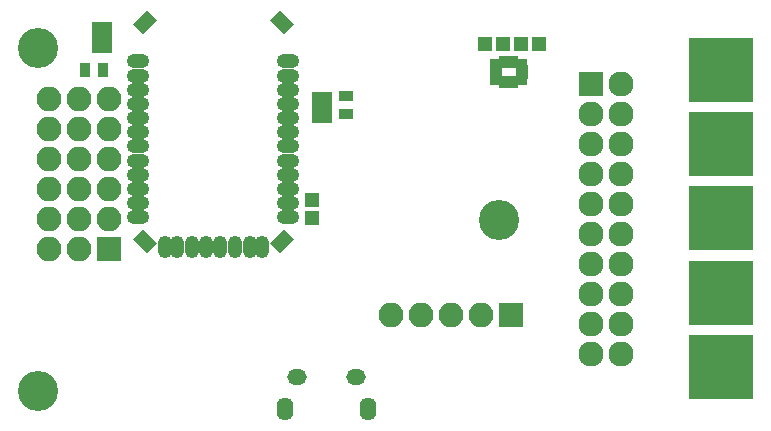
<source format=gbs>
G04 #@! TF.FileFunction,Soldermask,Bot*
%FSLAX46Y46*%
G04 Gerber Fmt 4.6, Leading zero omitted, Abs format (unit mm)*
G04 Created by KiCad (PCBNEW 4.0.6) date Fri Sep  8 15:05:28 2017*
%MOMM*%
%LPD*%
G01*
G04 APERTURE LIST*
%ADD10C,0.100000*%
%ADD11C,3.400000*%
%ADD12R,1.150000X1.200000*%
%ADD13R,1.200000X1.150000*%
%ADD14O,1.650000X1.350000*%
%ADD15O,1.400000X1.950000*%
%ADD16R,1.670000X1.370000*%
%ADD17O,2.100000X2.100000*%
%ADD18R,2.100000X2.100000*%
%ADD19R,5.400000X5.400000*%
%ADD20R,1.300000X0.900000*%
%ADD21R,0.900000X1.300000*%
%ADD22O,1.200000X1.900000*%
%ADD23O,1.900000X1.200000*%
%ADD24R,0.700000X1.000000*%
%ADD25R,0.900000X0.700000*%
%ADD26R,1.000000X0.700000*%
%ADD27R,2.127200X2.127200*%
%ADD28O,2.127200X2.127200*%
G04 APERTURE END LIST*
D10*
D11*
X242000000Y-117500000D03*
X203000000Y-132000000D03*
D12*
X226200000Y-117350000D03*
X226200000Y-115850000D03*
D13*
X243850000Y-102600000D03*
X245350000Y-102600000D03*
X242350000Y-102600000D03*
X240850000Y-102600000D03*
D14*
X224900000Y-130850000D03*
X229900000Y-130850000D03*
D15*
X223900000Y-133550000D03*
X230900000Y-133550000D03*
D16*
X227000000Y-108640000D03*
X227000000Y-107360000D03*
D17*
X203860000Y-107300000D03*
X206400000Y-107300000D03*
X208940000Y-107300000D03*
X203860000Y-109840000D03*
X206400000Y-109840000D03*
X208940000Y-109840000D03*
D18*
X208940000Y-120000000D03*
D17*
X206400000Y-120000000D03*
X203860000Y-120000000D03*
X208940000Y-117460000D03*
X206400000Y-117460000D03*
X203860000Y-117460000D03*
X208940000Y-114920000D03*
X206400000Y-114920000D03*
X203860000Y-114920000D03*
X208940000Y-112380000D03*
X206400000Y-112380000D03*
X203860000Y-112380000D03*
D16*
X208400000Y-102740000D03*
X208400000Y-101460000D03*
D18*
X243000000Y-125600000D03*
D17*
X240460000Y-125600000D03*
X237920000Y-125600000D03*
X235380000Y-125600000D03*
X232840000Y-125600000D03*
D19*
X260800000Y-123700000D03*
X260800000Y-130000000D03*
X260800000Y-111100000D03*
X260800000Y-104800000D03*
X260800000Y-117400000D03*
D20*
X229000000Y-108550000D03*
X229000000Y-107050000D03*
D21*
X206950000Y-104800000D03*
X208450000Y-104800000D03*
D10*
G36*
X213025305Y-100623223D02*
X211823223Y-101825305D01*
X210974695Y-100976777D01*
X212176777Y-99774695D01*
X213025305Y-100623223D01*
X213025305Y-100623223D01*
G37*
G36*
X223423223Y-99774695D02*
X224625305Y-100976777D01*
X223776777Y-101825305D01*
X222574695Y-100623223D01*
X223423223Y-99774695D01*
X223423223Y-99774695D01*
G37*
G36*
X211823223Y-118274695D02*
X213025305Y-119476777D01*
X212176777Y-120325305D01*
X210974695Y-119123223D01*
X211823223Y-118274695D01*
X211823223Y-118274695D01*
G37*
G36*
X224625305Y-119123223D02*
X223423223Y-120325305D01*
X222574695Y-119476777D01*
X223776777Y-118274695D01*
X224625305Y-119123223D01*
X224625305Y-119123223D01*
G37*
D22*
X213700000Y-119850000D03*
X214700000Y-119850000D03*
X216000000Y-119850000D03*
X217200000Y-119850000D03*
X218400000Y-119850000D03*
X219600000Y-119850000D03*
X220900000Y-119850000D03*
X221900000Y-119850000D03*
D23*
X211450000Y-104100000D03*
X211450000Y-105300000D03*
X211450000Y-106500000D03*
X211450000Y-107700000D03*
X211450000Y-112500000D03*
X211450000Y-111300000D03*
X211450000Y-110100000D03*
X211450000Y-108900000D03*
X211450000Y-113700000D03*
X211450000Y-114900000D03*
X211450000Y-116100000D03*
X211450000Y-117300000D03*
X224150000Y-117300000D03*
X224150000Y-116100000D03*
X224150000Y-114900000D03*
X224150000Y-113700000D03*
X224150000Y-112500000D03*
X224150000Y-111300000D03*
X224150000Y-110100000D03*
X224150000Y-108900000D03*
X224150000Y-107700000D03*
X224150000Y-106500000D03*
X224150000Y-105300000D03*
X224150000Y-104100000D03*
D24*
X242300000Y-105850000D03*
X242800000Y-105850000D03*
X243300000Y-105850000D03*
X243300000Y-104150000D03*
X242800000Y-104150000D03*
X242300000Y-104150000D03*
D25*
X241650000Y-104250000D03*
D26*
X241700000Y-104750000D03*
X241700000Y-105250000D03*
D25*
X241650000Y-105750000D03*
X243950000Y-105750000D03*
D26*
X243900000Y-105250000D03*
X243900000Y-104750000D03*
D25*
X243950000Y-104250000D03*
D27*
X249800000Y-106000000D03*
D28*
X252340000Y-106000000D03*
X249800000Y-108540000D03*
X252340000Y-108540000D03*
X249800000Y-111080000D03*
X252340000Y-111080000D03*
X249800000Y-113620000D03*
X252340000Y-113620000D03*
X249800000Y-116160000D03*
X252340000Y-116160000D03*
X249800000Y-118700000D03*
X252340000Y-118700000D03*
X249800000Y-121240000D03*
X252340000Y-121240000D03*
X249800000Y-123780000D03*
X252340000Y-123780000D03*
X249800000Y-126320000D03*
X252340000Y-126320000D03*
X249800000Y-128860000D03*
X252340000Y-128860000D03*
D11*
X203000000Y-103000000D03*
M02*

</source>
